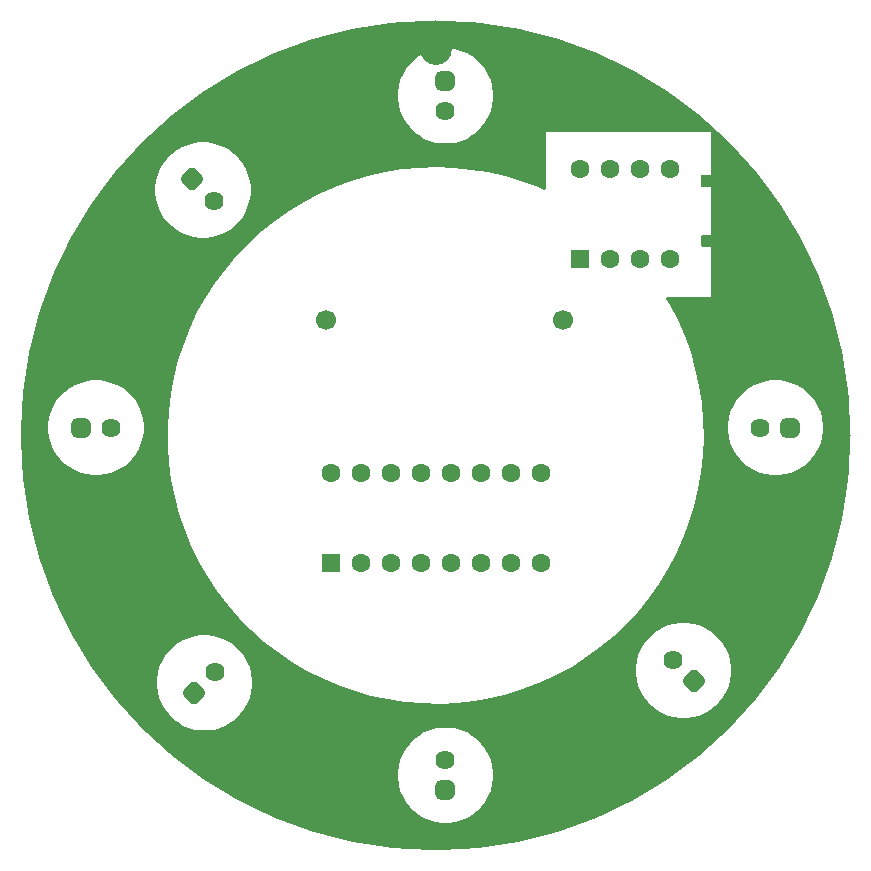
<source format=gts>
G04*
G04 #@! TF.GenerationSoftware,Altium Limited,Altium Designer,25.0.2 (28)*
G04*
G04 Layer_Color=8388736*
%FSLAX25Y25*%
%MOIN*%
G70*
G04*
G04 #@! TF.SameCoordinates,12EFF0D5-E88D-419E-9C59-EC29542AE5DB*
G04*
G04*
G04 #@! TF.FilePolarity,Negative*
G04*
G01*
G75*
%ADD13C,0.01000*%
%ADD14C,0.05906*%
%ADD15C,0.10630*%
%ADD16C,0.06693*%
G04:AMPARAMS|DCode=17|XSize=43.31mil|YSize=43.31mil|CornerRadius=11.81mil|HoleSize=0mil|Usage=FLASHONLY|Rotation=270.000|XOffset=0mil|YOffset=0mil|HoleType=Round|Shape=RoundedRectangle|*
%AMROUNDEDRECTD17*
21,1,0.04331,0.01968,0,0,270.0*
21,1,0.01968,0.04331,0,0,270.0*
1,1,0.02362,-0.00984,-0.00984*
1,1,0.02362,-0.00984,0.00984*
1,1,0.02362,0.00984,0.00984*
1,1,0.02362,0.00984,-0.00984*
%
%ADD17ROUNDEDRECTD17*%
%ADD18R,0.04331X0.04331*%
%ADD19C,0.06299*%
%ADD20R,0.06299X0.06299*%
%ADD21C,0.06394*%
G04:AMPARAMS|DCode=22|XSize=63.94mil|YSize=63.94mil|CornerRadius=16.97mil|HoleSize=0mil|Usage=FLASHONLY|Rotation=0.000|XOffset=0mil|YOffset=0mil|HoleType=Round|Shape=RoundedRectangle|*
%AMROUNDEDRECTD22*
21,1,0.06394,0.03000,0,0,0.0*
21,1,0.03000,0.06394,0,0,0.0*
1,1,0.03394,0.01500,-0.01500*
1,1,0.03394,-0.01500,-0.01500*
1,1,0.03394,-0.01500,0.01500*
1,1,0.03394,0.01500,0.01500*
%
%ADD22ROUNDEDRECTD22*%
G04:AMPARAMS|DCode=23|XSize=63.94mil|YSize=63.94mil|CornerRadius=16.97mil|HoleSize=0mil|Usage=FLASHONLY|Rotation=315.000|XOffset=0mil|YOffset=0mil|HoleType=Round|Shape=RoundedRectangle|*
%AMROUNDEDRECTD23*
21,1,0.06394,0.03000,0,0,315.0*
21,1,0.03000,0.06394,0,0,315.0*
1,1,0.03394,0.00000,-0.02121*
1,1,0.03394,-0.02121,0.00000*
1,1,0.03394,0.00000,0.02121*
1,1,0.03394,0.02121,0.00000*
%
%ADD23ROUNDEDRECTD23*%
G04:AMPARAMS|DCode=24|XSize=63.94mil|YSize=63.94mil|CornerRadius=16.97mil|HoleSize=0mil|Usage=FLASHONLY|Rotation=270.000|XOffset=0mil|YOffset=0mil|HoleType=Round|Shape=RoundedRectangle|*
%AMROUNDEDRECTD24*
21,1,0.06394,0.03000,0,0,270.0*
21,1,0.03000,0.06394,0,0,270.0*
1,1,0.03394,-0.01500,-0.01500*
1,1,0.03394,-0.01500,0.01500*
1,1,0.03394,0.01500,0.01500*
1,1,0.03394,0.01500,-0.01500*
%
%ADD24ROUNDEDRECTD24*%
G04:AMPARAMS|DCode=25|XSize=63.94mil|YSize=63.94mil|CornerRadius=16.97mil|HoleSize=0mil|Usage=FLASHONLY|Rotation=225.000|XOffset=0mil|YOffset=0mil|HoleType=Round|Shape=RoundedRectangle|*
%AMROUNDEDRECTD25*
21,1,0.06394,0.03000,0,0,225.0*
21,1,0.03000,0.06394,0,0,225.0*
1,1,0.03394,-0.02121,0.00000*
1,1,0.03394,0.00000,0.02121*
1,1,0.03394,0.02121,0.00000*
1,1,0.03394,0.00000,-0.02121*
%
%ADD25ROUNDEDRECTD25*%
G36*
X147935Y275256D02*
X154668Y274593D01*
X161360Y273600D01*
X167995Y272281D01*
X174558Y270637D01*
X181032Y268673D01*
X187402Y266394D01*
X193652Y263805D01*
X199768Y260913D01*
X205734Y257723D01*
X211537Y254246D01*
X217162Y250487D01*
X222596Y246457D01*
X227826Y242165D01*
X232839Y237622D01*
X237623Y232838D01*
X242166Y227825D01*
X246458Y222596D01*
X250488Y217162D01*
X254247Y211537D01*
X257725Y205734D01*
X260914Y199768D01*
X263807Y193652D01*
X266396Y187401D01*
X268675Y181032D01*
X270639Y174558D01*
X272283Y167995D01*
X273603Y161360D01*
X274595Y154668D01*
X275258Y147935D01*
X275590Y141178D01*
X275590Y137795D01*
X275590Y134413D01*
X275259Y127655D01*
X274595Y120923D01*
X273603Y114230D01*
X272283Y107595D01*
X270639Y101032D01*
X268675Y94558D01*
X266396Y88188D01*
X263807Y81938D01*
X260914Y75822D01*
X257725Y69856D01*
X254247Y64053D01*
X250488Y58428D01*
X246458Y52994D01*
X242166Y47764D01*
X237623Y42751D01*
X232839Y37968D01*
X227826Y33424D01*
X222597Y29132D01*
X217163Y25102D01*
X211538Y21343D01*
X205735Y17865D01*
X199768Y14676D01*
X193652Y11784D01*
X187402Y9195D01*
X181032Y6915D01*
X174558Y4952D01*
X167996Y3308D01*
X161360Y1988D01*
X154668Y995D01*
X147935Y332D01*
X141178Y-0D01*
X137795Y-0D01*
X134413Y-0D01*
X127655Y332D01*
X120923Y995D01*
X114230Y1988D01*
X107595Y3308D01*
X101032Y4952D01*
X94558Y6915D01*
X88188Y9195D01*
X81938Y11784D01*
X75822Y14676D01*
X69856Y17865D01*
X64053Y21343D01*
X58428Y25102D01*
X52994Y29132D01*
X47764Y33424D01*
X42751Y37968D01*
X37968Y42751D01*
X33424Y47764D01*
X29132Y52994D01*
X25102Y58428D01*
X21343Y64053D01*
X17865Y69856D01*
X14676Y75822D01*
X11784Y81938D01*
X9195Y88188D01*
X6916Y94558D01*
X4952Y101032D01*
X3308Y107595D01*
X1988Y114230D01*
X995Y120923D01*
X332Y127655D01*
X0Y134413D01*
X0Y137795D01*
X0Y137795D01*
X0Y137795D01*
X0Y141178D01*
X332Y147935D01*
X995Y154668D01*
X1988Y161360D01*
X3308Y167995D01*
X4952Y174558D01*
X6916Y181032D01*
X9195Y187401D01*
X11784Y193652D01*
X14676Y199768D01*
X17866Y205734D01*
X21344Y211537D01*
X25102Y217162D01*
X29133Y222596D01*
X33424Y227825D01*
X37968Y232838D01*
X42752Y237622D01*
X47764Y242165D01*
X52994Y246457D01*
X58428Y250487D01*
X64053Y254245D01*
X69856Y257723D01*
X75823Y260913D01*
X81938Y263805D01*
X88189Y266394D01*
X94559Y268673D01*
X101033Y270637D01*
X107595Y272281D01*
X114231Y273600D01*
X120923Y274593D01*
X127655Y275256D01*
X134413Y275588D01*
X137795Y275588D01*
X141178Y275588D01*
X147935Y275256D01*
D02*
G37*
%LPC*%
G36*
X142105Y266860D02*
X141065Y266860D01*
X140025Y266860D01*
X137962Y266589D01*
X135953Y266051D01*
X134032Y265255D01*
X132230Y264215D01*
X130580Y262948D01*
X129109Y261477D01*
X127843Y259827D01*
X126803Y258026D01*
X126007Y256104D01*
X125469Y254095D01*
X125197Y252033D01*
X125197Y250993D01*
X125197Y249953D01*
X125469Y247891D01*
X126007Y245882D01*
X126803Y243960D01*
X127843Y242159D01*
X129109Y240508D01*
X130580Y239038D01*
X132230Y237771D01*
X134032Y236731D01*
X135953Y235935D01*
X137962Y235397D01*
X140025Y235126D01*
X141065Y235126D01*
X142105Y235126D01*
X144167Y235397D01*
X146176Y235935D01*
X148098Y236731D01*
X149899Y237771D01*
X151549Y239038D01*
X153020Y240508D01*
X154286Y242159D01*
X155326Y243960D01*
X156122Y245882D01*
X156661Y247891D01*
X156932Y249953D01*
X156932Y250993D01*
X156932Y252033D01*
X156661Y254095D01*
X156122Y256104D01*
X155326Y258026D01*
X154286Y259827D01*
X153020Y261477D01*
X151549Y262948D01*
X149899Y264215D01*
X148098Y265255D01*
X146176Y266051D01*
X144167Y266589D01*
X142105Y266860D01*
D02*
G37*
G36*
X229497Y238835D02*
X174421D01*
Y219934D01*
X173830Y219551D01*
X171792Y220468D01*
X166393Y222487D01*
X160875Y224154D01*
X155261Y225462D01*
X149574Y226405D01*
X143838Y226980D01*
X138077Y227184D01*
X132315Y227016D01*
X126576Y226477D01*
X120884Y225569D01*
X115261Y224297D01*
X109733Y222664D01*
X104321Y220679D01*
X99049Y218349D01*
X93937Y215684D01*
X89008Y212695D01*
X84282Y209395D01*
X79778Y205797D01*
X75516Y201916D01*
X71513Y197768D01*
X67785Y193371D01*
X64349Y188743D01*
X61217Y183903D01*
X58405Y178872D01*
X55922Y173669D01*
X53780Y168318D01*
X51988Y162839D01*
X50552Y157256D01*
X49479Y151593D01*
X48773Y145871D01*
X48438Y140117D01*
X48474Y134352D01*
X48882Y128602D01*
X49659Y122891D01*
X50803Y117241D01*
X52308Y111677D01*
X54170Y106221D01*
X56379Y100896D01*
X58926Y95725D01*
X61801Y90729D01*
X64993Y85929D01*
X68487Y81344D01*
X72270Y76995D01*
X76325Y72898D01*
X80635Y69070D01*
X85184Y65529D01*
X89951Y62288D01*
X94917Y59361D01*
X100061Y56761D01*
X105363Y54497D01*
X110799Y52580D01*
X116348Y51017D01*
X121985Y49815D01*
X127689Y48978D01*
X133434Y48512D01*
X139198Y48416D01*
X144956Y48692D01*
X150684Y49339D01*
X156358Y50353D01*
X161955Y51731D01*
X167452Y53467D01*
X172826Y55554D01*
X178053Y57983D01*
X183114Y60743D01*
X187986Y63824D01*
X192649Y67213D01*
X197084Y70895D01*
X201273Y74856D01*
X205198Y79078D01*
X208842Y83544D01*
X212191Y88236D01*
X215230Y93134D01*
X217948Y98217D01*
X220332Y103465D01*
X222373Y108856D01*
X224062Y114368D01*
X225393Y119977D01*
X226359Y125660D01*
X226957Y131393D01*
X227184Y137153D01*
X227040Y142915D01*
X226524Y148657D01*
X225640Y154353D01*
X224390Y159980D01*
X222780Y165515D01*
X220816Y170935D01*
X218508Y176217D01*
X215864Y181339D01*
X214688Y183296D01*
X214979Y183810D01*
X229497D01*
Y238835D01*
D02*
G37*
G36*
X61293Y235443D02*
X59212Y235443D01*
X57150Y235172D01*
X55141Y234633D01*
X53219Y233837D01*
X51418Y232797D01*
X49768Y231531D01*
X49033Y230795D01*
X48297Y230060D01*
X47031Y228410D01*
X45991Y226609D01*
X45195Y224687D01*
X44656Y222678D01*
X44385Y220615D01*
X44385Y218535D01*
X44656Y216473D01*
X45195Y214464D01*
X45991Y212542D01*
X47031Y210741D01*
X48297Y209091D01*
X49033Y208355D01*
X49768Y207620D01*
X51418Y206354D01*
X53219Y205313D01*
X55141Y204517D01*
X57150Y203979D01*
X59212Y203707D01*
X61293Y203707D01*
X63355Y203979D01*
X65364Y204517D01*
X67286Y205313D01*
X69087Y206354D01*
X70737Y207620D01*
X71473Y208355D01*
X72208Y209091D01*
X73474Y210741D01*
X74515Y212542D01*
X75311Y214464D01*
X75849Y216473D01*
X76121Y218535D01*
X76121Y220616D01*
X75849Y222678D01*
X75311Y224687D01*
X74515Y226609D01*
X73474Y228410D01*
X72208Y230060D01*
X71473Y230795D01*
X70737Y231531D01*
X69087Y232797D01*
X67286Y233837D01*
X65364Y234633D01*
X63355Y235172D01*
X61293Y235443D01*
D02*
G37*
G36*
X252105Y156216D02*
X251065Y156216D01*
X250025Y156216D01*
X247963Y155944D01*
X245954Y155406D01*
X244032Y154610D01*
X242231Y153570D01*
X240581Y152304D01*
X239110Y150833D01*
X237844Y149182D01*
X236804Y147381D01*
X236008Y145459D01*
X235470Y143450D01*
X235198Y141388D01*
X235198Y140348D01*
X235198Y139308D01*
X235470Y137246D01*
X236008Y135237D01*
X236804Y133315D01*
X237844Y131514D01*
X239110Y129864D01*
X240581Y128393D01*
X242231Y127127D01*
X244032Y126087D01*
X245954Y125291D01*
X247963Y124752D01*
X250025Y124481D01*
X251065Y124481D01*
X252105Y124481D01*
X254168Y124752D01*
X256177Y125291D01*
X258099Y126087D01*
X259900Y127127D01*
X261550Y128393D01*
X263021Y129864D01*
X264287Y131514D01*
X265327Y133315D01*
X266123Y135237D01*
X266661Y137246D01*
X266933Y139308D01*
X266933Y140348D01*
X266933Y141388D01*
X266661Y143450D01*
X266123Y145459D01*
X265327Y147381D01*
X264287Y149183D01*
X263021Y150833D01*
X261550Y152304D01*
X259900Y153570D01*
X258099Y154610D01*
X256177Y155406D01*
X254168Y155944D01*
X252105Y156216D01*
D02*
G37*
G36*
X25640D02*
X24600Y156216D01*
X23560Y156216D01*
X21498Y155944D01*
X19489Y155406D01*
X17567Y154610D01*
X15766Y153570D01*
X14115Y152304D01*
X12644Y150833D01*
X11378Y149182D01*
X10338Y147381D01*
X9542Y145459D01*
X9004Y143450D01*
X8733Y141388D01*
X8733Y140348D01*
X8733Y139308D01*
X9004Y137246D01*
X9542Y135237D01*
X10338Y133315D01*
X11378Y131514D01*
X12644Y129864D01*
X14115Y128393D01*
X15766Y127127D01*
X17567Y126087D01*
X19489Y125291D01*
X21498Y124752D01*
X23560Y124481D01*
X24600Y124481D01*
X25640Y124481D01*
X27702Y124752D01*
X29711Y125291D01*
X31633Y126087D01*
X33434Y127127D01*
X35085Y128393D01*
X36555Y129864D01*
X37821Y131514D01*
X38862Y133315D01*
X39658Y135237D01*
X40196Y137246D01*
X40467Y139308D01*
X40467Y140348D01*
X40467Y141388D01*
X40196Y143450D01*
X39658Y145459D01*
X38862Y147381D01*
X37821Y149183D01*
X36555Y150833D01*
X35085Y152304D01*
X33434Y153570D01*
X31633Y154610D01*
X29711Y155406D01*
X27702Y155944D01*
X25640Y156216D01*
D02*
G37*
G36*
X221428Y75308D02*
X219348D01*
X217286Y75037D01*
X215277Y74498D01*
X213355Y73702D01*
X211554Y72662D01*
X209904Y71395D01*
X209168Y70660D01*
X208433Y69925D01*
X207166Y68275D01*
X206126Y66473D01*
X205330Y64552D01*
X204792Y62542D01*
X204520Y60480D01*
X204520Y58400D01*
X204792Y56338D01*
X205330Y54329D01*
X206126Y52407D01*
X207166Y50606D01*
X208433Y48956D01*
X209168Y48220D01*
X209904Y47485D01*
X211554Y46218D01*
X213355Y45178D01*
X215277Y44382D01*
X217286Y43844D01*
X219348Y43572D01*
X221428Y43572D01*
X223490Y43844D01*
X225500Y44382D01*
X227421Y45178D01*
X229223Y46218D01*
X230873Y47485D01*
X231608Y48220D01*
X231608D01*
X232344Y48955D01*
X233610Y50606D01*
X234650Y52407D01*
X235446Y54329D01*
X235985Y56338D01*
X236256Y58400D01*
X236256Y60480D01*
X235985Y62542D01*
X235446Y64552D01*
X234650Y66473D01*
X233610Y68275D01*
X232344Y69925D01*
X231608Y70660D01*
X230873Y71395D01*
X229223Y72662D01*
X227421Y73702D01*
X225500Y74498D01*
X223491Y75037D01*
X221428Y75308D01*
D02*
G37*
G36*
X142105Y40395D02*
X141065Y40395D01*
X140025Y40395D01*
X137962Y40123D01*
X135953Y39585D01*
X134032Y38789D01*
X132230Y37749D01*
X130580Y36483D01*
X129109Y35012D01*
X127843Y33362D01*
X126803Y31561D01*
X126007Y29639D01*
X125469Y27630D01*
X125197Y25567D01*
X125197Y24527D01*
X125197Y23487D01*
X125469Y21425D01*
X126007Y19416D01*
X126803Y17494D01*
X127843Y15693D01*
X129109Y14043D01*
X130580Y12572D01*
X132230Y11306D01*
X134032Y10266D01*
X135953Y9470D01*
X137962Y8932D01*
X140025Y8660D01*
X141065Y8660D01*
X142105Y8660D01*
X144167Y8932D01*
X146176Y9470D01*
X148098Y10266D01*
X149899Y11306D01*
X151549Y12572D01*
X153020Y14043D01*
X154286Y15693D01*
X155326Y17494D01*
X156122Y19416D01*
X156661Y21425D01*
X156932Y23487D01*
X156932Y24527D01*
X156932Y25567D01*
X156661Y27630D01*
X156122Y29639D01*
X155326Y31561D01*
X154286Y33362D01*
X153020Y35012D01*
X151549Y36483D01*
X149899Y37749D01*
X148098Y38789D01*
X146176Y39585D01*
X144167Y40123D01*
X142105Y40395D01*
D02*
G37*
G36*
X61748Y71193D02*
X59668Y71192D01*
X57606Y70921D01*
X55597Y70382D01*
X53675Y69586D01*
X51874Y68546D01*
X50224Y67280D01*
X49488Y66544D01*
X48753Y65809D01*
X47487Y64159D01*
X46446Y62358D01*
X45650Y60436D01*
X45112Y58427D01*
X44840Y56365D01*
X44840Y54284D01*
X45112Y52222D01*
X45650Y50213D01*
X46446Y48291D01*
X47487Y46490D01*
X48753Y44840D01*
X49488Y44104D01*
X50224Y43369D01*
X51874Y42103D01*
X53675Y41063D01*
X55597Y40266D01*
X57606Y39728D01*
X59668Y39456D01*
X61748Y39456D01*
X63811Y39728D01*
X65820Y40266D01*
X67742Y41063D01*
X69543Y42103D01*
X71193Y43369D01*
X71928Y44104D01*
X72664Y44840D01*
X73930Y46490D01*
X74970Y48291D01*
X75766Y50213D01*
X76305Y52222D01*
X76576Y54284D01*
X76576Y56365D01*
X76305Y58427D01*
X75766Y60436D01*
X74970Y62358D01*
X73930Y64159D01*
X72664Y65809D01*
X71928Y66544D01*
X71193Y67280D01*
X69543Y68546D01*
X67742Y69586D01*
X65820Y70382D01*
X63811Y70921D01*
X61748Y71193D01*
D02*
G37*
%LPD*%
D13*
X275591Y137795D02*
G03*
X275591Y137795I-137795J0D01*
G01*
D14*
X118347Y228156D02*
D03*
X104882Y265151D02*
D03*
X90708Y260624D02*
D03*
X104174Y223628D02*
D03*
X77913Y254718D02*
D03*
X91378Y217723D02*
D03*
D15*
X137795Y266732D02*
D03*
D16*
X180118Y176181D02*
D03*
X101378D02*
D03*
D17*
X238189Y202598D02*
D03*
X228346D02*
D03*
D18*
X238189Y222598D02*
D03*
X228346D02*
D03*
D19*
X162795Y125236D02*
D03*
X152795D02*
D03*
X142795D02*
D03*
X132795D02*
D03*
X122795D02*
D03*
X112795D02*
D03*
X102795D02*
D03*
X172795D02*
D03*
Y95236D02*
D03*
X142795D02*
D03*
X152795D02*
D03*
X162795D02*
D03*
X132795D02*
D03*
X122795D02*
D03*
X112795D02*
D03*
X215787Y226614D02*
D03*
X205787D02*
D03*
X195787D02*
D03*
X185787D02*
D03*
X215787Y196614D02*
D03*
X205787D02*
D03*
X195787D02*
D03*
D20*
X102795Y95236D02*
D03*
X185787Y196614D02*
D03*
D21*
X246064Y140348D02*
D03*
X216851Y62976D02*
D03*
X141063Y29527D02*
D03*
X64242Y58860D02*
D03*
X29599Y140348D02*
D03*
X63786Y216040D02*
D03*
X141063Y245993D02*
D03*
D22*
X256064Y140348D02*
D03*
X19599D02*
D03*
D23*
X223922Y55905D02*
D03*
X56715Y223111D02*
D03*
D24*
X141063Y19527D02*
D03*
X141063Y255993D02*
D03*
D25*
X57171Y51789D02*
D03*
M02*

</source>
